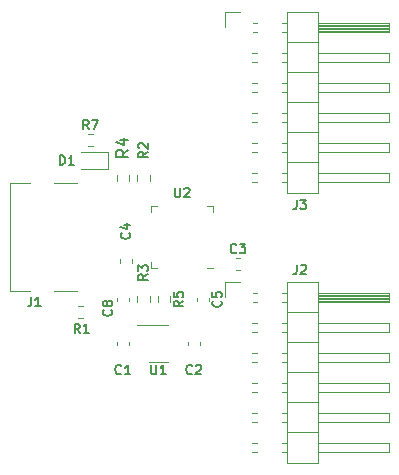
<source format=gbr>
%TF.GenerationSoftware,KiCad,Pcbnew,(5.1.9-0-10_14)*%
%TF.CreationDate,2021-02-28T11:16:04+01:00*%
%TF.ProjectId,PmodUsbUlpi,506d6f64-5573-4625-956c-70692e6b6963,1*%
%TF.SameCoordinates,Original*%
%TF.FileFunction,Legend,Top*%
%TF.FilePolarity,Positive*%
%FSLAX46Y46*%
G04 Gerber Fmt 4.6, Leading zero omitted, Abs format (unit mm)*
G04 Created by KiCad (PCBNEW (5.1.9-0-10_14)) date 2021-02-28 11:16:04*
%MOMM*%
%LPD*%
G01*
G04 APERTURE LIST*
%ADD10C,0.120000*%
%ADD11C,0.150000*%
G04 APERTURE END LIST*
D10*
%TO.C,R4*%
X145727500Y-94762742D02*
X145727500Y-95237258D01*
X146772500Y-94762742D02*
X146772500Y-95237258D01*
%TO.C,R3*%
X147477500Y-105487258D02*
X147477500Y-105012742D01*
X148522500Y-105487258D02*
X148522500Y-105012742D01*
%TO.C,U2*%
X153385000Y-102610000D02*
X153860000Y-102610000D01*
X148640000Y-97390000D02*
X148640000Y-97865000D01*
X149115000Y-97390000D02*
X148640000Y-97390000D01*
X153860000Y-97390000D02*
X153860000Y-97865000D01*
X153385000Y-97390000D02*
X153860000Y-97390000D01*
X148640000Y-102610000D02*
X148640000Y-102135000D01*
X149115000Y-102610000D02*
X148640000Y-102610000D01*
%TO.C,U1*%
X149250000Y-107440000D02*
X147450000Y-107440000D01*
X149250000Y-107440000D02*
X150050000Y-107440000D01*
X149250000Y-110560000D02*
X148450000Y-110560000D01*
X149250000Y-110560000D02*
X150050000Y-110560000D01*
%TO.C,R5*%
X149227500Y-105012742D02*
X149227500Y-105487258D01*
X150272500Y-105012742D02*
X150272500Y-105487258D01*
%TO.C,C5*%
X152490000Y-105109420D02*
X152490000Y-105390580D01*
X153510000Y-105109420D02*
X153510000Y-105390580D01*
%TO.C,C4*%
X145990000Y-101859420D02*
X145990000Y-102140580D01*
X147010000Y-101859420D02*
X147010000Y-102140580D01*
%TO.C,C3*%
X155859420Y-102760000D02*
X156140580Y-102760000D01*
X155859420Y-101740000D02*
X156140580Y-101740000D01*
%TO.C,C2*%
X151740000Y-108859420D02*
X151740000Y-109140580D01*
X152760000Y-108859420D02*
X152760000Y-109140580D01*
%TO.C,C1*%
X145740000Y-108859420D02*
X145740000Y-109140580D01*
X146760000Y-108859420D02*
X146760000Y-109140580D01*
%TO.C,D1*%
X142700000Y-94235000D02*
X144985000Y-94235000D01*
X144985000Y-94235000D02*
X144985000Y-92765000D01*
X144985000Y-92765000D02*
X142700000Y-92765000D01*
%TO.C,J3*%
X160130000Y-80890000D02*
X160130000Y-96250000D01*
X160130000Y-96250000D02*
X162790000Y-96250000D01*
X162790000Y-96250000D02*
X162790000Y-80890000D01*
X162790000Y-80890000D02*
X160130000Y-80890000D01*
X162790000Y-81840000D02*
X168790000Y-81840000D01*
X168790000Y-81840000D02*
X168790000Y-82600000D01*
X168790000Y-82600000D02*
X162790000Y-82600000D01*
X162790000Y-81900000D02*
X168790000Y-81900000D01*
X162790000Y-82020000D02*
X168790000Y-82020000D01*
X162790000Y-82140000D02*
X168790000Y-82140000D01*
X162790000Y-82260000D02*
X168790000Y-82260000D01*
X162790000Y-82380000D02*
X168790000Y-82380000D01*
X162790000Y-82500000D02*
X168790000Y-82500000D01*
X159732929Y-81840000D02*
X160130000Y-81840000D01*
X159732929Y-82600000D02*
X160130000Y-82600000D01*
X157260000Y-81840000D02*
X157647071Y-81840000D01*
X157260000Y-82600000D02*
X157647071Y-82600000D01*
X160130000Y-83490000D02*
X162790000Y-83490000D01*
X162790000Y-84380000D02*
X168790000Y-84380000D01*
X168790000Y-84380000D02*
X168790000Y-85140000D01*
X168790000Y-85140000D02*
X162790000Y-85140000D01*
X159732929Y-84380000D02*
X160130000Y-84380000D01*
X159732929Y-85140000D02*
X160130000Y-85140000D01*
X157192929Y-84380000D02*
X157647071Y-84380000D01*
X157192929Y-85140000D02*
X157647071Y-85140000D01*
X160130000Y-86030000D02*
X162790000Y-86030000D01*
X162790000Y-86920000D02*
X168790000Y-86920000D01*
X168790000Y-86920000D02*
X168790000Y-87680000D01*
X168790000Y-87680000D02*
X162790000Y-87680000D01*
X159732929Y-86920000D02*
X160130000Y-86920000D01*
X159732929Y-87680000D02*
X160130000Y-87680000D01*
X157192929Y-86920000D02*
X157647071Y-86920000D01*
X157192929Y-87680000D02*
X157647071Y-87680000D01*
X160130000Y-88570000D02*
X162790000Y-88570000D01*
X162790000Y-89460000D02*
X168790000Y-89460000D01*
X168790000Y-89460000D02*
X168790000Y-90220000D01*
X168790000Y-90220000D02*
X162790000Y-90220000D01*
X159732929Y-89460000D02*
X160130000Y-89460000D01*
X159732929Y-90220000D02*
X160130000Y-90220000D01*
X157192929Y-89460000D02*
X157647071Y-89460000D01*
X157192929Y-90220000D02*
X157647071Y-90220000D01*
X160130000Y-91110000D02*
X162790000Y-91110000D01*
X162790000Y-92000000D02*
X168790000Y-92000000D01*
X168790000Y-92000000D02*
X168790000Y-92760000D01*
X168790000Y-92760000D02*
X162790000Y-92760000D01*
X159732929Y-92000000D02*
X160130000Y-92000000D01*
X159732929Y-92760000D02*
X160130000Y-92760000D01*
X157192929Y-92000000D02*
X157647071Y-92000000D01*
X157192929Y-92760000D02*
X157647071Y-92760000D01*
X160130000Y-93650000D02*
X162790000Y-93650000D01*
X162790000Y-94540000D02*
X168790000Y-94540000D01*
X168790000Y-94540000D02*
X168790000Y-95300000D01*
X168790000Y-95300000D02*
X162790000Y-95300000D01*
X159732929Y-94540000D02*
X160130000Y-94540000D01*
X159732929Y-95300000D02*
X160130000Y-95300000D01*
X157192929Y-94540000D02*
X157647071Y-94540000D01*
X157192929Y-95300000D02*
X157647071Y-95300000D01*
X154880000Y-82220000D02*
X154880000Y-80950000D01*
X154880000Y-80950000D02*
X156150000Y-80950000D01*
%TO.C,J2*%
X160130000Y-103750000D02*
X160130000Y-119110000D01*
X160130000Y-119110000D02*
X162790000Y-119110000D01*
X162790000Y-119110000D02*
X162790000Y-103750000D01*
X162790000Y-103750000D02*
X160130000Y-103750000D01*
X162790000Y-104700000D02*
X168790000Y-104700000D01*
X168790000Y-104700000D02*
X168790000Y-105460000D01*
X168790000Y-105460000D02*
X162790000Y-105460000D01*
X162790000Y-104760000D02*
X168790000Y-104760000D01*
X162790000Y-104880000D02*
X168790000Y-104880000D01*
X162790000Y-105000000D02*
X168790000Y-105000000D01*
X162790000Y-105120000D02*
X168790000Y-105120000D01*
X162790000Y-105240000D02*
X168790000Y-105240000D01*
X162790000Y-105360000D02*
X168790000Y-105360000D01*
X159732929Y-104700000D02*
X160130000Y-104700000D01*
X159732929Y-105460000D02*
X160130000Y-105460000D01*
X157260000Y-104700000D02*
X157647071Y-104700000D01*
X157260000Y-105460000D02*
X157647071Y-105460000D01*
X160130000Y-106350000D02*
X162790000Y-106350000D01*
X162790000Y-107240000D02*
X168790000Y-107240000D01*
X168790000Y-107240000D02*
X168790000Y-108000000D01*
X168790000Y-108000000D02*
X162790000Y-108000000D01*
X159732929Y-107240000D02*
X160130000Y-107240000D01*
X159732929Y-108000000D02*
X160130000Y-108000000D01*
X157192929Y-107240000D02*
X157647071Y-107240000D01*
X157192929Y-108000000D02*
X157647071Y-108000000D01*
X160130000Y-108890000D02*
X162790000Y-108890000D01*
X162790000Y-109780000D02*
X168790000Y-109780000D01*
X168790000Y-109780000D02*
X168790000Y-110540000D01*
X168790000Y-110540000D02*
X162790000Y-110540000D01*
X159732929Y-109780000D02*
X160130000Y-109780000D01*
X159732929Y-110540000D02*
X160130000Y-110540000D01*
X157192929Y-109780000D02*
X157647071Y-109780000D01*
X157192929Y-110540000D02*
X157647071Y-110540000D01*
X160130000Y-111430000D02*
X162790000Y-111430000D01*
X162790000Y-112320000D02*
X168790000Y-112320000D01*
X168790000Y-112320000D02*
X168790000Y-113080000D01*
X168790000Y-113080000D02*
X162790000Y-113080000D01*
X159732929Y-112320000D02*
X160130000Y-112320000D01*
X159732929Y-113080000D02*
X160130000Y-113080000D01*
X157192929Y-112320000D02*
X157647071Y-112320000D01*
X157192929Y-113080000D02*
X157647071Y-113080000D01*
X160130000Y-113970000D02*
X162790000Y-113970000D01*
X162790000Y-114860000D02*
X168790000Y-114860000D01*
X168790000Y-114860000D02*
X168790000Y-115620000D01*
X168790000Y-115620000D02*
X162790000Y-115620000D01*
X159732929Y-114860000D02*
X160130000Y-114860000D01*
X159732929Y-115620000D02*
X160130000Y-115620000D01*
X157192929Y-114860000D02*
X157647071Y-114860000D01*
X157192929Y-115620000D02*
X157647071Y-115620000D01*
X160130000Y-116510000D02*
X162790000Y-116510000D01*
X162790000Y-117400000D02*
X168790000Y-117400000D01*
X168790000Y-117400000D02*
X168790000Y-118160000D01*
X168790000Y-118160000D02*
X162790000Y-118160000D01*
X159732929Y-117400000D02*
X160130000Y-117400000D01*
X159732929Y-118160000D02*
X160130000Y-118160000D01*
X157192929Y-117400000D02*
X157647071Y-117400000D01*
X157192929Y-118160000D02*
X157647071Y-118160000D01*
X154880000Y-105080000D02*
X154880000Y-103810000D01*
X154880000Y-103810000D02*
X156150000Y-103810000D01*
%TO.C,C8*%
X145740000Y-105390580D02*
X145740000Y-105109420D01*
X146760000Y-105390580D02*
X146760000Y-105109420D01*
%TO.C,R7*%
X143737258Y-92272500D02*
X143262742Y-92272500D01*
X143737258Y-91227500D02*
X143262742Y-91227500D01*
%TO.C,R2*%
X147477500Y-95237258D02*
X147477500Y-94762742D01*
X148522500Y-95237258D02*
X148522500Y-94762742D01*
%TO.C,R1*%
X142887258Y-106872500D02*
X142412742Y-106872500D01*
X142887258Y-105827500D02*
X142412742Y-105827500D01*
%TO.C,J1*%
X136715000Y-104580000D02*
X136715000Y-95420000D01*
X136715000Y-95420000D02*
X138420000Y-95420000D01*
X138420000Y-104580000D02*
X136715000Y-104580000D01*
X140430000Y-104580000D02*
X142350000Y-104580000D01*
X142350000Y-95420000D02*
X140430000Y-95420000D01*
%TO.C,R4*%
D11*
X146702380Y-92592976D02*
X146226190Y-92926309D01*
X146702380Y-93164404D02*
X145702380Y-93164404D01*
X145702380Y-92783452D01*
X145750000Y-92688214D01*
X145797619Y-92640595D01*
X145892857Y-92592976D01*
X146035714Y-92592976D01*
X146130952Y-92640595D01*
X146178571Y-92688214D01*
X146226190Y-92783452D01*
X146226190Y-93164404D01*
X146035714Y-91735833D02*
X146702380Y-91735833D01*
X145654761Y-91973928D02*
X146369047Y-92212023D01*
X146369047Y-91592976D01*
%TO.C,R3*%
X148361904Y-103133333D02*
X147980952Y-103400000D01*
X148361904Y-103590476D02*
X147561904Y-103590476D01*
X147561904Y-103285714D01*
X147600000Y-103209523D01*
X147638095Y-103171428D01*
X147714285Y-103133333D01*
X147828571Y-103133333D01*
X147904761Y-103171428D01*
X147942857Y-103209523D01*
X147980952Y-103285714D01*
X147980952Y-103590476D01*
X147561904Y-102866666D02*
X147561904Y-102371428D01*
X147866666Y-102638095D01*
X147866666Y-102523809D01*
X147904761Y-102447619D01*
X147942857Y-102409523D01*
X148019047Y-102371428D01*
X148209523Y-102371428D01*
X148285714Y-102409523D01*
X148323809Y-102447619D01*
X148361904Y-102523809D01*
X148361904Y-102752380D01*
X148323809Y-102828571D01*
X148285714Y-102866666D01*
%TO.C,U2*%
X150640476Y-95811904D02*
X150640476Y-96459523D01*
X150678571Y-96535714D01*
X150716666Y-96573809D01*
X150792857Y-96611904D01*
X150945238Y-96611904D01*
X151021428Y-96573809D01*
X151059523Y-96535714D01*
X151097619Y-96459523D01*
X151097619Y-95811904D01*
X151440476Y-95888095D02*
X151478571Y-95850000D01*
X151554761Y-95811904D01*
X151745238Y-95811904D01*
X151821428Y-95850000D01*
X151859523Y-95888095D01*
X151897619Y-95964285D01*
X151897619Y-96040476D01*
X151859523Y-96154761D01*
X151402380Y-96611904D01*
X151897619Y-96611904D01*
%TO.C,U1*%
X148640476Y-110811904D02*
X148640476Y-111459523D01*
X148678571Y-111535714D01*
X148716666Y-111573809D01*
X148792857Y-111611904D01*
X148945238Y-111611904D01*
X149021428Y-111573809D01*
X149059523Y-111535714D01*
X149097619Y-111459523D01*
X149097619Y-110811904D01*
X149897619Y-111611904D02*
X149440476Y-111611904D01*
X149669047Y-111611904D02*
X149669047Y-110811904D01*
X149592857Y-110926190D01*
X149516666Y-111002380D01*
X149440476Y-111040476D01*
%TO.C,R5*%
X151361904Y-105383333D02*
X150980952Y-105650000D01*
X151361904Y-105840476D02*
X150561904Y-105840476D01*
X150561904Y-105535714D01*
X150600000Y-105459523D01*
X150638095Y-105421428D01*
X150714285Y-105383333D01*
X150828571Y-105383333D01*
X150904761Y-105421428D01*
X150942857Y-105459523D01*
X150980952Y-105535714D01*
X150980952Y-105840476D01*
X150561904Y-104659523D02*
X150561904Y-105040476D01*
X150942857Y-105078571D01*
X150904761Y-105040476D01*
X150866666Y-104964285D01*
X150866666Y-104773809D01*
X150904761Y-104697619D01*
X150942857Y-104659523D01*
X151019047Y-104621428D01*
X151209523Y-104621428D01*
X151285714Y-104659523D01*
X151323809Y-104697619D01*
X151361904Y-104773809D01*
X151361904Y-104964285D01*
X151323809Y-105040476D01*
X151285714Y-105078571D01*
%TO.C,C5*%
X154535714Y-105383333D02*
X154573809Y-105421428D01*
X154611904Y-105535714D01*
X154611904Y-105611904D01*
X154573809Y-105726190D01*
X154497619Y-105802380D01*
X154421428Y-105840476D01*
X154269047Y-105878571D01*
X154154761Y-105878571D01*
X154002380Y-105840476D01*
X153926190Y-105802380D01*
X153850000Y-105726190D01*
X153811904Y-105611904D01*
X153811904Y-105535714D01*
X153850000Y-105421428D01*
X153888095Y-105383333D01*
X153811904Y-104659523D02*
X153811904Y-105040476D01*
X154192857Y-105078571D01*
X154154761Y-105040476D01*
X154116666Y-104964285D01*
X154116666Y-104773809D01*
X154154761Y-104697619D01*
X154192857Y-104659523D01*
X154269047Y-104621428D01*
X154459523Y-104621428D01*
X154535714Y-104659523D01*
X154573809Y-104697619D01*
X154611904Y-104773809D01*
X154611904Y-104964285D01*
X154573809Y-105040476D01*
X154535714Y-105078571D01*
%TO.C,C4*%
X146785714Y-99633333D02*
X146823809Y-99671428D01*
X146861904Y-99785714D01*
X146861904Y-99861904D01*
X146823809Y-99976190D01*
X146747619Y-100052380D01*
X146671428Y-100090476D01*
X146519047Y-100128571D01*
X146404761Y-100128571D01*
X146252380Y-100090476D01*
X146176190Y-100052380D01*
X146100000Y-99976190D01*
X146061904Y-99861904D01*
X146061904Y-99785714D01*
X146100000Y-99671428D01*
X146138095Y-99633333D01*
X146328571Y-98947619D02*
X146861904Y-98947619D01*
X146023809Y-99138095D02*
X146595238Y-99328571D01*
X146595238Y-98833333D01*
%TO.C,C3*%
X155866666Y-101285714D02*
X155828571Y-101323809D01*
X155714285Y-101361904D01*
X155638095Y-101361904D01*
X155523809Y-101323809D01*
X155447619Y-101247619D01*
X155409523Y-101171428D01*
X155371428Y-101019047D01*
X155371428Y-100904761D01*
X155409523Y-100752380D01*
X155447619Y-100676190D01*
X155523809Y-100600000D01*
X155638095Y-100561904D01*
X155714285Y-100561904D01*
X155828571Y-100600000D01*
X155866666Y-100638095D01*
X156133333Y-100561904D02*
X156628571Y-100561904D01*
X156361904Y-100866666D01*
X156476190Y-100866666D01*
X156552380Y-100904761D01*
X156590476Y-100942857D01*
X156628571Y-101019047D01*
X156628571Y-101209523D01*
X156590476Y-101285714D01*
X156552380Y-101323809D01*
X156476190Y-101361904D01*
X156247619Y-101361904D01*
X156171428Y-101323809D01*
X156133333Y-101285714D01*
%TO.C,C2*%
X152116666Y-111535714D02*
X152078571Y-111573809D01*
X151964285Y-111611904D01*
X151888095Y-111611904D01*
X151773809Y-111573809D01*
X151697619Y-111497619D01*
X151659523Y-111421428D01*
X151621428Y-111269047D01*
X151621428Y-111154761D01*
X151659523Y-111002380D01*
X151697619Y-110926190D01*
X151773809Y-110850000D01*
X151888095Y-110811904D01*
X151964285Y-110811904D01*
X152078571Y-110850000D01*
X152116666Y-110888095D01*
X152421428Y-110888095D02*
X152459523Y-110850000D01*
X152535714Y-110811904D01*
X152726190Y-110811904D01*
X152802380Y-110850000D01*
X152840476Y-110888095D01*
X152878571Y-110964285D01*
X152878571Y-111040476D01*
X152840476Y-111154761D01*
X152383333Y-111611904D01*
X152878571Y-111611904D01*
%TO.C,C1*%
X146116666Y-111535714D02*
X146078571Y-111573809D01*
X145964285Y-111611904D01*
X145888095Y-111611904D01*
X145773809Y-111573809D01*
X145697619Y-111497619D01*
X145659523Y-111421428D01*
X145621428Y-111269047D01*
X145621428Y-111154761D01*
X145659523Y-111002380D01*
X145697619Y-110926190D01*
X145773809Y-110850000D01*
X145888095Y-110811904D01*
X145964285Y-110811904D01*
X146078571Y-110850000D01*
X146116666Y-110888095D01*
X146878571Y-111611904D02*
X146421428Y-111611904D01*
X146650000Y-111611904D02*
X146650000Y-110811904D01*
X146573809Y-110926190D01*
X146497619Y-111002380D01*
X146421428Y-111040476D01*
%TO.C,D1*%
X140909523Y-93861904D02*
X140909523Y-93061904D01*
X141100000Y-93061904D01*
X141214285Y-93100000D01*
X141290476Y-93176190D01*
X141328571Y-93252380D01*
X141366666Y-93404761D01*
X141366666Y-93519047D01*
X141328571Y-93671428D01*
X141290476Y-93747619D01*
X141214285Y-93823809D01*
X141100000Y-93861904D01*
X140909523Y-93861904D01*
X142128571Y-93861904D02*
X141671428Y-93861904D01*
X141900000Y-93861904D02*
X141900000Y-93061904D01*
X141823809Y-93176190D01*
X141747619Y-93252380D01*
X141671428Y-93290476D01*
%TO.C,J3*%
X160983333Y-96811904D02*
X160983333Y-97383333D01*
X160945238Y-97497619D01*
X160869047Y-97573809D01*
X160754761Y-97611904D01*
X160678571Y-97611904D01*
X161288095Y-96811904D02*
X161783333Y-96811904D01*
X161516666Y-97116666D01*
X161630952Y-97116666D01*
X161707142Y-97154761D01*
X161745238Y-97192857D01*
X161783333Y-97269047D01*
X161783333Y-97459523D01*
X161745238Y-97535714D01*
X161707142Y-97573809D01*
X161630952Y-97611904D01*
X161402380Y-97611904D01*
X161326190Y-97573809D01*
X161288095Y-97535714D01*
%TO.C,J2*%
X160983333Y-102311904D02*
X160983333Y-102883333D01*
X160945238Y-102997619D01*
X160869047Y-103073809D01*
X160754761Y-103111904D01*
X160678571Y-103111904D01*
X161326190Y-102388095D02*
X161364285Y-102350000D01*
X161440476Y-102311904D01*
X161630952Y-102311904D01*
X161707142Y-102350000D01*
X161745238Y-102388095D01*
X161783333Y-102464285D01*
X161783333Y-102540476D01*
X161745238Y-102654761D01*
X161288095Y-103111904D01*
X161783333Y-103111904D01*
%TO.C,C8*%
X145285714Y-106133333D02*
X145323809Y-106171428D01*
X145361904Y-106285714D01*
X145361904Y-106361904D01*
X145323809Y-106476190D01*
X145247619Y-106552380D01*
X145171428Y-106590476D01*
X145019047Y-106628571D01*
X144904761Y-106628571D01*
X144752380Y-106590476D01*
X144676190Y-106552380D01*
X144600000Y-106476190D01*
X144561904Y-106361904D01*
X144561904Y-106285714D01*
X144600000Y-106171428D01*
X144638095Y-106133333D01*
X144904761Y-105676190D02*
X144866666Y-105752380D01*
X144828571Y-105790476D01*
X144752380Y-105828571D01*
X144714285Y-105828571D01*
X144638095Y-105790476D01*
X144600000Y-105752380D01*
X144561904Y-105676190D01*
X144561904Y-105523809D01*
X144600000Y-105447619D01*
X144638095Y-105409523D01*
X144714285Y-105371428D01*
X144752380Y-105371428D01*
X144828571Y-105409523D01*
X144866666Y-105447619D01*
X144904761Y-105523809D01*
X144904761Y-105676190D01*
X144942857Y-105752380D01*
X144980952Y-105790476D01*
X145057142Y-105828571D01*
X145209523Y-105828571D01*
X145285714Y-105790476D01*
X145323809Y-105752380D01*
X145361904Y-105676190D01*
X145361904Y-105523809D01*
X145323809Y-105447619D01*
X145285714Y-105409523D01*
X145209523Y-105371428D01*
X145057142Y-105371428D01*
X144980952Y-105409523D01*
X144942857Y-105447619D01*
X144904761Y-105523809D01*
%TO.C,R7*%
X143366666Y-90861904D02*
X143100000Y-90480952D01*
X142909523Y-90861904D02*
X142909523Y-90061904D01*
X143214285Y-90061904D01*
X143290476Y-90100000D01*
X143328571Y-90138095D01*
X143366666Y-90214285D01*
X143366666Y-90328571D01*
X143328571Y-90404761D01*
X143290476Y-90442857D01*
X143214285Y-90480952D01*
X142909523Y-90480952D01*
X143633333Y-90061904D02*
X144166666Y-90061904D01*
X143823809Y-90861904D01*
%TO.C,R2*%
X148361904Y-92754880D02*
X147980952Y-93021547D01*
X148361904Y-93212023D02*
X147561904Y-93212023D01*
X147561904Y-92907261D01*
X147600000Y-92831071D01*
X147638095Y-92792976D01*
X147714285Y-92754880D01*
X147828571Y-92754880D01*
X147904761Y-92792976D01*
X147942857Y-92831071D01*
X147980952Y-92907261D01*
X147980952Y-93212023D01*
X147638095Y-92450119D02*
X147600000Y-92412023D01*
X147561904Y-92335833D01*
X147561904Y-92145357D01*
X147600000Y-92069166D01*
X147638095Y-92031071D01*
X147714285Y-91992976D01*
X147790476Y-91992976D01*
X147904761Y-92031071D01*
X148361904Y-92488214D01*
X148361904Y-91992976D01*
%TO.C,R1*%
X142616666Y-108111904D02*
X142350000Y-107730952D01*
X142159523Y-108111904D02*
X142159523Y-107311904D01*
X142464285Y-107311904D01*
X142540476Y-107350000D01*
X142578571Y-107388095D01*
X142616666Y-107464285D01*
X142616666Y-107578571D01*
X142578571Y-107654761D01*
X142540476Y-107692857D01*
X142464285Y-107730952D01*
X142159523Y-107730952D01*
X143378571Y-108111904D02*
X142921428Y-108111904D01*
X143150000Y-108111904D02*
X143150000Y-107311904D01*
X143073809Y-107426190D01*
X142997619Y-107502380D01*
X142921428Y-107540476D01*
%TO.C,J1*%
X138483333Y-105061904D02*
X138483333Y-105633333D01*
X138445238Y-105747619D01*
X138369047Y-105823809D01*
X138254761Y-105861904D01*
X138178571Y-105861904D01*
X139283333Y-105861904D02*
X138826190Y-105861904D01*
X139054761Y-105861904D02*
X139054761Y-105061904D01*
X138978571Y-105176190D01*
X138902380Y-105252380D01*
X138826190Y-105290476D01*
%TD*%
M02*

</source>
